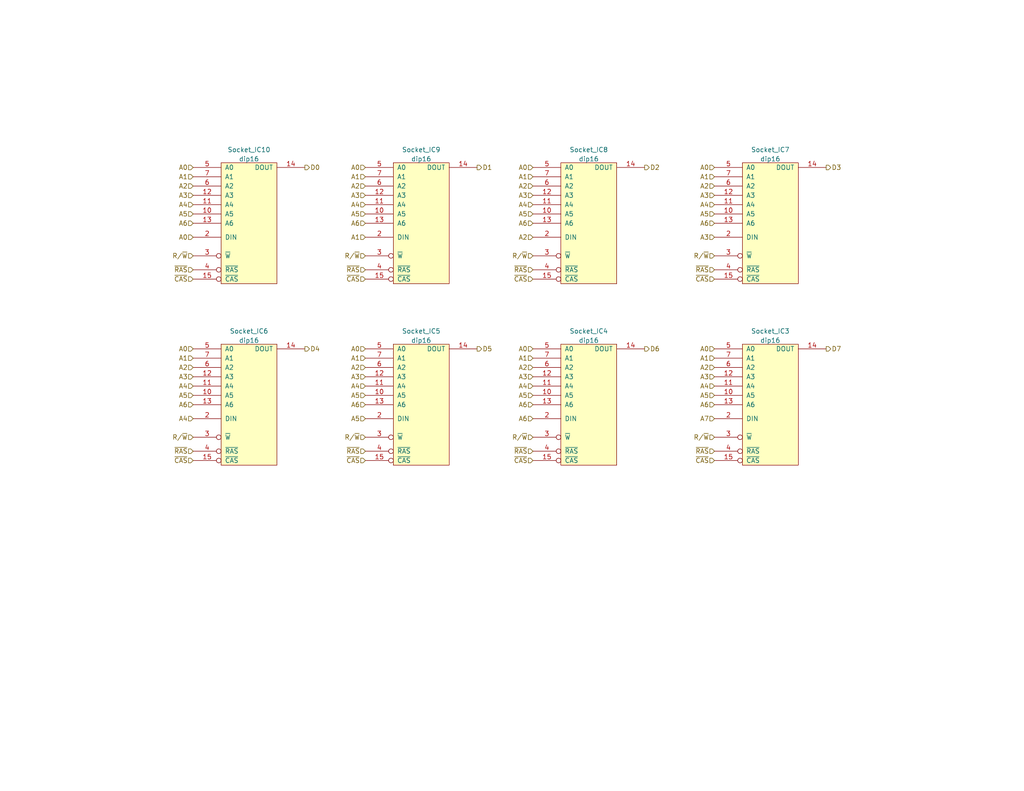
<source format=kicad_sch>
(kicad_sch (version 20211123) (generator eeschema)

  (uuid 44427fbc-e701-48ac-a6c2-c87c8a6f9bf1)

  (paper "USLetter")

  (lib_symbols
    (symbol "dram:4116" (pin_names (offset 1.016)) (in_bom yes) (on_board yes)
      (property "Reference" "U?" (id 0) (at 0 28.7274 0)
        (effects (font (size 1.27 1.27)))
      )
      (property "Value" "4116" (id 1) (at 0 26.416 0)
        (effects (font (size 1.27 1.27)))
      )
      (property "Footprint" "Package_DIP:DIP-16_W7.62mm_Socket" (id 2) (at 2.54 0 0)
        (effects (font (size 1.27 1.27)) hide)
      )
      (property "Datasheet" "https://www.petervis.com/Datasheets/4116_RAM/4116_RAM.html" (id 3) (at 2.54 0 0)
        (effects (font (size 1.27 1.27)) hide)
      )
      (property "ki_description" "16Kx1 DRAM" (id 4) (at 0 0 0)
        (effects (font (size 1.27 1.27)) hide)
      )
      (symbol "4116_0_0"
        (pin power_in line (at -2.54 24.13 270) (length 1.27) hide
          (name "-5V" (effects (font (size 1.27 1.27))))
          (number "1" (effects (font (size 1.27 1.27))))
        )
        (pin power_in line (at 0 -8.89 90) (length 1.27) hide
          (name "GND" (effects (font (size 1.27 1.27))))
          (number "16" (effects (font (size 1.27 1.27))))
        )
        (pin power_in line (at 2.54 24.13 270) (length 1.27) hide
          (name "+12V" (effects (font (size 1.27 1.27))))
          (number "8" (effects (font (size 1.27 1.27))))
        )
        (pin power_in line (at 0 24.13 270) (length 1.27) hide
          (name "VCC" (effects (font (size 1.27 1.27))))
          (number "9" (effects (font (size 1.27 1.27))))
        )
      )
      (symbol "4116_0_1"
        (rectangle (start -7.62 24.13) (end 7.62 -8.89)
          (stroke (width 0) (type default) (color 0 0 0 0))
          (fill (type background))
        )
      )
      (symbol "4116_1_1"
        (pin input line (at -15.24 10.16 0) (length 7.62)
          (name "A5" (effects (font (size 1.27 1.27))))
          (number "10" (effects (font (size 1.27 1.27))))
        )
        (pin input line (at -15.24 12.7 0) (length 7.62)
          (name "A4" (effects (font (size 1.27 1.27))))
          (number "11" (effects (font (size 1.27 1.27))))
        )
        (pin input line (at -15.24 15.24 0) (length 7.62)
          (name "A3" (effects (font (size 1.27 1.27))))
          (number "12" (effects (font (size 1.27 1.27))))
        )
        (pin input line (at -15.24 7.62 0) (length 7.62)
          (name "A6" (effects (font (size 1.27 1.27))))
          (number "13" (effects (font (size 1.27 1.27))))
        )
        (pin output line (at 15.24 22.86 180) (length 7.62)
          (name "DOUT" (effects (font (size 1.27 1.27))))
          (number "14" (effects (font (size 1.27 1.27))))
        )
        (pin input inverted (at -15.24 -7.62 0) (length 7.62)
          (name "~{CAS}" (effects (font (size 1.27 1.27))))
          (number "15" (effects (font (size 1.27 1.27))))
        )
        (pin input line (at -15.24 3.81 0) (length 7.62)
          (name "DIN" (effects (font (size 1.27 1.27))))
          (number "2" (effects (font (size 1.27 1.27))))
        )
        (pin input inverted (at -15.24 -1.27 0) (length 7.62)
          (name "~{W}" (effects (font (size 1.27 1.27))))
          (number "3" (effects (font (size 1.27 1.27))))
        )
        (pin input inverted (at -15.24 -5.08 0) (length 7.62)
          (name "~{RAS}" (effects (font (size 1.27 1.27))))
          (number "4" (effects (font (size 1.27 1.27))))
        )
        (pin input line (at -15.24 22.86 0) (length 7.62)
          (name "A0" (effects (font (size 1.27 1.27))))
          (number "5" (effects (font (size 1.27 1.27))))
        )
        (pin input line (at -15.24 17.78 0) (length 7.62)
          (name "A2" (effects (font (size 1.27 1.27))))
          (number "6" (effects (font (size 1.27 1.27))))
        )
        (pin input line (at -15.24 20.32 0) (length 7.62)
          (name "A1" (effects (font (size 1.27 1.27))))
          (number "7" (effects (font (size 1.27 1.27))))
        )
      )
    )
  )


  (hierarchical_label "D2" (shape output) (at 175.895 45.72 0)
    (effects (font (size 1.27 1.27)) (justify left))
    (uuid 05202286-e8fe-4bde-89f7-e46419aefc07)
  )
  (hierarchical_label "A1" (shape input) (at 52.705 97.79 180)
    (effects (font (size 1.27 1.27)) (justify right))
    (uuid 080c2048-e759-4208-87a8-ac493ba02ab8)
  )
  (hierarchical_label "~{CAS}" (shape input) (at 145.415 125.73 180)
    (effects (font (size 1.27 1.27)) (justify right))
    (uuid 1729ec80-cbe4-40c0-9d72-58946520cb13)
  )
  (hierarchical_label "A5" (shape input) (at 145.415 107.95 180)
    (effects (font (size 1.27 1.27)) (justify right))
    (uuid 1cdfeccf-e24b-427b-8c20-9afd513a15b5)
  )
  (hierarchical_label "A4" (shape input) (at 99.695 55.88 180)
    (effects (font (size 1.27 1.27)) (justify right))
    (uuid 1d556f92-a372-45f0-97b1-12f9caebf457)
  )
  (hierarchical_label "R{slash}~{W}" (shape input) (at 145.415 69.85 180)
    (effects (font (size 1.27 1.27)) (justify right))
    (uuid 1f7f1f30-ca46-48fe-b885-4d90f87c0cba)
  )
  (hierarchical_label "A1" (shape input) (at 99.695 48.26 180)
    (effects (font (size 1.27 1.27)) (justify right))
    (uuid 1f8b06e5-44ef-4416-bd87-4fcdb70fe8f2)
  )
  (hierarchical_label "~{CAS}" (shape input) (at 145.415 76.2 180)
    (effects (font (size 1.27 1.27)) (justify right))
    (uuid 1fe791d4-b249-4968-9508-73a375a7f62b)
  )
  (hierarchical_label "A3" (shape input) (at 194.945 64.77 180)
    (effects (font (size 1.27 1.27)) (justify right))
    (uuid 247f9f99-c977-461f-94db-998224ed6688)
  )
  (hierarchical_label "~{CAS}" (shape input) (at 194.945 76.2 180)
    (effects (font (size 1.27 1.27)) (justify right))
    (uuid 27d1d4bd-4a42-44f3-b319-82bf8245c08e)
  )
  (hierarchical_label "~{RAS}" (shape input) (at 99.695 123.19 180)
    (effects (font (size 1.27 1.27)) (justify right))
    (uuid 29651ace-26fd-443c-ac7d-0e0b46eb0ee5)
  )
  (hierarchical_label "A5" (shape input) (at 194.945 58.42 180)
    (effects (font (size 1.27 1.27)) (justify right))
    (uuid 2bc84bf4-f25c-497e-bad6-f3fa40764438)
  )
  (hierarchical_label "A6" (shape input) (at 194.945 110.49 180)
    (effects (font (size 1.27 1.27)) (justify right))
    (uuid 2e404e83-fbf7-4bda-9553-38c014b92c7d)
  )
  (hierarchical_label "A6" (shape input) (at 52.705 60.96 180)
    (effects (font (size 1.27 1.27)) (justify right))
    (uuid 33477cfa-6a66-4c62-998f-f228456444f6)
  )
  (hierarchical_label "R{slash}~{W}" (shape input) (at 52.705 69.85 180)
    (effects (font (size 1.27 1.27)) (justify right))
    (uuid 3397fada-21b3-46e3-9dd5-f84ed3d2adbf)
  )
  (hierarchical_label "A5" (shape input) (at 99.695 114.3 180)
    (effects (font (size 1.27 1.27)) (justify right))
    (uuid 344075ce-9122-4242-9ce6-4b1149fda8cc)
  )
  (hierarchical_label "A5" (shape input) (at 99.695 107.95 180)
    (effects (font (size 1.27 1.27)) (justify right))
    (uuid 354e0282-6c17-43e9-82f4-8f8a921f9429)
  )
  (hierarchical_label "A2" (shape input) (at 194.945 50.8 180)
    (effects (font (size 1.27 1.27)) (justify right))
    (uuid 35786011-9b1f-4bab-a3c3-624b7eb0f0cb)
  )
  (hierarchical_label "A1" (shape input) (at 194.945 97.79 180)
    (effects (font (size 1.27 1.27)) (justify right))
    (uuid 36709b77-c6fc-4696-adb2-ff531eea9690)
  )
  (hierarchical_label "D7" (shape output) (at 225.425 95.25 0)
    (effects (font (size 1.27 1.27)) (justify left))
    (uuid 3929e58c-8eb6-499f-aeac-59bd7ec8b99a)
  )
  (hierarchical_label "R{slash}~{W}" (shape input) (at 99.695 119.38 180)
    (effects (font (size 1.27 1.27)) (justify right))
    (uuid 3a6d8310-6056-4e5b-b8ed-1b71ff7095e5)
  )
  (hierarchical_label "A5" (shape input) (at 145.415 58.42 180)
    (effects (font (size 1.27 1.27)) (justify right))
    (uuid 3b09a3fb-572a-4c25-8b53-a4f076c76077)
  )
  (hierarchical_label "R{slash}~{W}" (shape input) (at 99.695 69.85 180)
    (effects (font (size 1.27 1.27)) (justify right))
    (uuid 3c80a53d-fe25-4259-b642-7ef911374f1c)
  )
  (hierarchical_label "A1" (shape input) (at 145.415 97.79 180)
    (effects (font (size 1.27 1.27)) (justify right))
    (uuid 3ef72103-cd82-4962-bf45-e5f04b726a6f)
  )
  (hierarchical_label "~{CAS}" (shape input) (at 52.705 125.73 180)
    (effects (font (size 1.27 1.27)) (justify right))
    (uuid 40ee43e5-57bd-4187-9e9a-c5c60f832263)
  )
  (hierarchical_label "A1" (shape input) (at 194.945 48.26 180)
    (effects (font (size 1.27 1.27)) (justify right))
    (uuid 413287ab-6e8a-4bcf-b8cb-6fafb49e91a6)
  )
  (hierarchical_label "A5" (shape input) (at 52.705 58.42 180)
    (effects (font (size 1.27 1.27)) (justify right))
    (uuid 41923c56-44ef-4b44-b2fb-b82b5861b726)
  )
  (hierarchical_label "A4" (shape input) (at 145.415 55.88 180)
    (effects (font (size 1.27 1.27)) (justify right))
    (uuid 45d9854b-4534-4d87-a459-4fdbf51182de)
  )
  (hierarchical_label "A2" (shape input) (at 145.415 64.77 180)
    (effects (font (size 1.27 1.27)) (justify right))
    (uuid 45f7072f-591d-491d-be07-2447aaedebe3)
  )
  (hierarchical_label "A3" (shape input) (at 194.945 53.34 180)
    (effects (font (size 1.27 1.27)) (justify right))
    (uuid 470db76a-12be-4ec3-8bf1-264fd4cb1cea)
  )
  (hierarchical_label "A6" (shape input) (at 145.415 60.96 180)
    (effects (font (size 1.27 1.27)) (justify right))
    (uuid 523231a4-7bd1-4432-b905-fac4c9d60422)
  )
  (hierarchical_label "A3" (shape input) (at 194.945 102.87 180)
    (effects (font (size 1.27 1.27)) (justify right))
    (uuid 56b7a0d3-850d-4781-b1f8-34fb341ae2de)
  )
  (hierarchical_label "A3" (shape input) (at 52.705 53.34 180)
    (effects (font (size 1.27 1.27)) (justify right))
    (uuid 58a58519-ef73-45db-bfb9-44193329dc99)
  )
  (hierarchical_label "A4" (shape input) (at 52.705 114.3 180)
    (effects (font (size 1.27 1.27)) (justify right))
    (uuid 5a1aacef-763b-400b-87f5-38b94ffd8a53)
  )
  (hierarchical_label "A5" (shape input) (at 194.945 107.95 180)
    (effects (font (size 1.27 1.27)) (justify right))
    (uuid 5c006229-630d-426e-8552-da7501065d57)
  )
  (hierarchical_label "A0" (shape input) (at 145.415 45.72 180)
    (effects (font (size 1.27 1.27)) (justify right))
    (uuid 5c45b12b-cc4a-4060-a4e4-34622ef95c94)
  )
  (hierarchical_label "~{RAS}" (shape input) (at 52.705 73.66 180)
    (effects (font (size 1.27 1.27)) (justify right))
    (uuid 5c66f267-f43c-4cb6-a5f7-3c370bcfa477)
  )
  (hierarchical_label "A6" (shape input) (at 99.695 60.96 180)
    (effects (font (size 1.27 1.27)) (justify right))
    (uuid 5d609193-4990-49aa-9214-3acd54706418)
  )
  (hierarchical_label "D4" (shape output) (at 83.185 95.25 0)
    (effects (font (size 1.27 1.27)) (justify left))
    (uuid 6350d963-cace-4b76-9219-dd62c8513221)
  )
  (hierarchical_label "A3" (shape input) (at 99.695 53.34 180)
    (effects (font (size 1.27 1.27)) (justify right))
    (uuid 63b057f8-f84e-4476-8ce3-baf9ab1e2149)
  )
  (hierarchical_label "A0" (shape input) (at 194.945 45.72 180)
    (effects (font (size 1.27 1.27)) (justify right))
    (uuid 65e9f362-fb2a-43a3-9632-2ff836938a01)
  )
  (hierarchical_label "A7" (shape input) (at 194.945 114.3 180)
    (effects (font (size 1.27 1.27)) (justify right))
    (uuid 67a9bd68-3b67-4af1-ab96-866b03f638a2)
  )
  (hierarchical_label "A0" (shape input) (at 52.705 45.72 180)
    (effects (font (size 1.27 1.27)) (justify right))
    (uuid 69469d6c-7d44-4b15-adcf-ae86ded9fc97)
  )
  (hierarchical_label "A2" (shape input) (at 99.695 50.8 180)
    (effects (font (size 1.27 1.27)) (justify right))
    (uuid 6cc31abc-006f-47ba-a45d-94ca4c7caafe)
  )
  (hierarchical_label "A3" (shape input) (at 99.695 102.87 180)
    (effects (font (size 1.27 1.27)) (justify right))
    (uuid 6d7a7f22-69e0-4988-bc53-74c07c647d8c)
  )
  (hierarchical_label "A5" (shape input) (at 52.705 107.95 180)
    (effects (font (size 1.27 1.27)) (justify right))
    (uuid 702a9c02-a482-46ca-baa1-d36f568dcd80)
  )
  (hierarchical_label "R{slash}~{W}" (shape input) (at 194.945 69.85 180)
    (effects (font (size 1.27 1.27)) (justify right))
    (uuid 7278ead8-2647-44d7-a21b-159303721145)
  )
  (hierarchical_label "~{CAS}" (shape input) (at 99.695 76.2 180)
    (effects (font (size 1.27 1.27)) (justify right))
    (uuid 79914c31-1653-41d8-a305-209bb477a5a8)
  )
  (hierarchical_label "~{CAS}" (shape input) (at 52.705 76.2 180)
    (effects (font (size 1.27 1.27)) (justify right))
    (uuid 7a3e5cd9-43c2-4735-8978-4ae0e30e5a4b)
  )
  (hierarchical_label "R{slash}~{W}" (shape input) (at 194.945 119.38 180)
    (effects (font (size 1.27 1.27)) (justify right))
    (uuid 7b1f4e87-6dfd-444c-8d0b-e2ad9caf6664)
  )
  (hierarchical_label "A1" (shape input) (at 99.695 97.79 180)
    (effects (font (size 1.27 1.27)) (justify right))
    (uuid 7c018388-1df7-4aec-88d5-0279bab0d144)
  )
  (hierarchical_label "~{RAS}" (shape input) (at 99.695 73.66 180)
    (effects (font (size 1.27 1.27)) (justify right))
    (uuid 7ed8e2bc-fc67-43cb-819e-073e3cb3c6f2)
  )
  (hierarchical_label "A2" (shape input) (at 99.695 100.33 180)
    (effects (font (size 1.27 1.27)) (justify right))
    (uuid 7f310e1a-6c48-41e4-b777-d74068589b2c)
  )
  (hierarchical_label "A4" (shape input) (at 145.415 105.41 180)
    (effects (font (size 1.27 1.27)) (justify right))
    (uuid 8099258d-7c57-44f2-9b8d-0051901a96f9)
  )
  (hierarchical_label "A0" (shape input) (at 52.705 95.25 180)
    (effects (font (size 1.27 1.27)) (justify right))
    (uuid 8402cba2-036e-4cf5-bb97-39d4d80e91a4)
  )
  (hierarchical_label "D3" (shape output) (at 225.425 45.72 0)
    (effects (font (size 1.27 1.27)) (justify left))
    (uuid 86f760a6-1532-4184-ad29-8a4eab9b4a71)
  )
  (hierarchical_label "D6" (shape output) (at 175.895 95.25 0)
    (effects (font (size 1.27 1.27)) (justify left))
    (uuid 871987ac-8d67-4812-a519-15c3ed9cdbc6)
  )
  (hierarchical_label "A3" (shape input) (at 145.415 53.34 180)
    (effects (font (size 1.27 1.27)) (justify right))
    (uuid 8bdc76fd-ae6f-4847-b94c-691b5a03773c)
  )
  (hierarchical_label "A0" (shape input) (at 99.695 95.25 180)
    (effects (font (size 1.27 1.27)) (justify right))
    (uuid 8e994e02-5983-47cc-a661-b7f7656bd213)
  )
  (hierarchical_label "A0" (shape input) (at 194.945 95.25 180)
    (effects (font (size 1.27 1.27)) (justify right))
    (uuid 8faafe63-64bf-4bf3-8812-d1e8a8ae87b2)
  )
  (hierarchical_label "A4" (shape input) (at 52.705 55.88 180)
    (effects (font (size 1.27 1.27)) (justify right))
    (uuid 91529ae3-1ad4-4421-8a19-ddd0efc3af8f)
  )
  (hierarchical_label "D0" (shape output) (at 83.185 45.72 0)
    (effects (font (size 1.27 1.27)) (justify left))
    (uuid 9219c9d5-7bfe-4b72-a211-a9958aa3012b)
  )
  (hierarchical_label "~{RAS}" (shape input) (at 145.415 73.66 180)
    (effects (font (size 1.27 1.27)) (justify right))
    (uuid 9755a151-1006-4af7-8d4a-bf3dc72c0175)
  )
  (hierarchical_label "D1" (shape output) (at 130.175 45.72 0)
    (effects (font (size 1.27 1.27)) (justify left))
    (uuid 998581d7-d27d-49d2-a99a-7ab9ebe237e7)
  )
  (hierarchical_label "A4" (shape input) (at 194.945 55.88 180)
    (effects (font (size 1.27 1.27)) (justify right))
    (uuid 9a557f2d-946d-4e02-b1c0-2943462a4e90)
  )
  (hierarchical_label "D5" (shape output) (at 130.175 95.25 0)
    (effects (font (size 1.27 1.27)) (justify left))
    (uuid 9d536fe1-206c-4fa8-bc14-a42b08b090cb)
  )
  (hierarchical_label "A6" (shape input) (at 194.945 60.96 180)
    (effects (font (size 1.27 1.27)) (justify right))
    (uuid 9e5a8411-dde4-4d98-b7c3-31d948d5d098)
  )
  (hierarchical_label "A1" (shape input) (at 99.695 64.77 180)
    (effects (font (size 1.27 1.27)) (justify right))
    (uuid 9f9623ff-1c03-44ae-8fb0-da8eced07bee)
  )
  (hierarchical_label "A2" (shape input) (at 194.945 100.33 180)
    (effects (font (size 1.27 1.27)) (justify right))
    (uuid a32899ac-50a6-458c-b312-5d7e03e5b4e3)
  )
  (hierarchical_label "A2" (shape input) (at 145.415 100.33 180)
    (effects (font (size 1.27 1.27)) (justify right))
    (uuid a69e5659-6ccb-4656-8c3c-7c0f706c20fa)
  )
  (hierarchical_label "A6" (shape input) (at 145.415 114.3 180)
    (effects (font (size 1.27 1.27)) (justify right))
    (uuid a9cb9382-f1c0-4b0f-baa4-bc78ad92508d)
  )
  (hierarchical_label "A3" (shape input) (at 52.705 102.87 180)
    (effects (font (size 1.27 1.27)) (justify right))
    (uuid af15e75d-b203-4baa-adc7-44d2c7e099b5)
  )
  (hierarchical_label "~{CAS}" (shape input) (at 194.945 125.73 180)
    (effects (font (size 1.27 1.27)) (justify right))
    (uuid b14873f4-276c-488c-ba55-5565fc73ba8b)
  )
  (hierarchical_label "~{RAS}" (shape input) (at 194.945 123.19 180)
    (effects (font (size 1.27 1.27)) (justify right))
    (uuid b8acf4b2-966f-4d56-9918-237dc2f0504e)
  )
  (hierarchical_label "A6" (shape input) (at 145.415 110.49 180)
    (effects (font (size 1.27 1.27)) (justify right))
    (uuid b91169a7-e06a-485c-b92d-ada552d38d74)
  )
  (hierarchical_label "A6" (shape input) (at 99.695 110.49 180)
    (effects (font (size 1.27 1.27)) (justify right))
    (uuid ba48b799-6255-4f9e-aea3-e442ae865681)
  )
  (hierarchical_label "R{slash}~{W}" (shape input) (at 52.705 119.38 180)
    (effects (font (size 1.27 1.27)) (justify right))
    (uuid bb6502e1-318a-4e63-b7f6-e0ad572ca9df)
  )
  (hierarchical_label "A2" (shape input) (at 52.705 50.8 180)
    (effects (font (size 1.27 1.27)) (justify right))
    (uuid c804b52b-4f57-49ba-a808-b120a9be29b5)
  )
  (hierarchical_label "A2" (shape input) (at 52.705 100.33 180)
    (effects (font (size 1.27 1.27)) (justify right))
    (uuid c877e05f-71b1-462b-8174-f46adccef96b)
  )
  (hierarchical_label "A1" (shape input) (at 145.415 48.26 180)
    (effects (font (size 1.27 1.27)) (justify right))
    (uuid cb664d45-d9b2-4bd9-9a0b-54d525c6e86a)
  )
  (hierarchical_label "A6" (shape input) (at 52.705 110.49 180)
    (effects (font (size 1.27 1.27)) (justify right))
    (uuid ce135a55-dabe-42d2-a302-32c93f1539ce)
  )
  (hierarchical_label "A0" (shape input) (at 99.695 45.72 180)
    (effects (font (size 1.27 1.27)) (justify right))
    (uuid d3de70cf-5cba-4388-ab3f-f0b301e2e5a5)
  )
  (hierarchical_label "A4" (shape input) (at 99.695 105.41 180)
    (effects (font (size 1.27 1.27)) (justify right))
    (uuid d5258063-7a57-473a-858b-ca19d8bcff81)
  )
  (hierarchical_label "A0" (shape input) (at 52.705 64.77 180)
    (effects (font (size 1.27 1.27)) (justify right))
    (uuid d64104ca-61b6-4962-ab86-273e6e8e6a12)
  )
  (hierarchical_label "~{RAS}" (shape input) (at 194.945 73.66 180)
    (effects (font (size 1.27 1.27)) (justify right))
    (uuid d83cc3f3-3565-4ac8-8ea5-2dda8e696908)
  )
  (hierarchical_label "A0" (shape input) (at 145.415 95.25 180)
    (effects (font (size 1.27 1.27)) (justify right))
    (uuid d97c7079-dce8-41b6-bee0-4084b2bc7da4)
  )
  (hierarchical_label "A5" (shape input) (at 99.695 58.42 180)
    (effects (font (size 1.27 1.27)) (justify right))
    (uuid e5c0891f-7f63-4405-9929-f85b324d9f03)
  )
  (hierarchical_label "R{slash}~{W}" (shape input) (at 145.415 119.38 180)
    (effects (font (size 1.27 1.27)) (justify right))
    (uuid e8be7747-86a0-4be1-bca5-9069f2c9a931)
  )
  (hierarchical_label "A1" (shape input) (at 52.705 48.26 180)
    (effects (font (size 1.27 1.27)) (justify right))
    (uuid ea4942cc-e291-484e-b0ff-2bfa1618e15e)
  )
  (hierarchical_label "A4" (shape input) (at 52.705 105.41 180)
    (effects (font (size 1.27 1.27)) (justify right))
    (uuid ecd29318-8166-4c13-a54a-1252345291d4)
  )
  (hierarchical_label "A2" (shape input) (at 145.415 50.8 180)
    (effects (font (size 1.27 1.27)) (justify right))
    (uuid ecf9574f-6fb0-4071-ae0a-8cb3657134a9)
  )
  (hierarchical_label "~{RAS}" (shape input) (at 52.705 123.19 180)
    (effects (font (size 1.27 1.27)) (justify right))
    (uuid efca06e1-1533-42a3-b96f-1cda9ba49349)
  )
  (hierarchical_label "A4" (shape input) (at 194.945 105.41 180)
    (effects (font (size 1.27 1.27)) (justify right))
    (uuid f104cfd2-1559-45c8-8b88-06d5d885cb92)
  )
  (hierarchical_label "~{RAS}" (shape input) (at 145.415 123.19 180)
    (effects (font (size 1.27 1.27)) (justify right))
    (uuid f5729387-c035-4a74-99e2-d8d1ea532406)
  )
  (hierarchical_label "A3" (shape input) (at 145.415 102.87 180)
    (effects (font (size 1.27 1.27)) (justify right))
    (uuid f6d834f4-87f8-48a9-8dfc-e25971b57a0d)
  )
  (hierarchical_label "~{CAS}" (shape input) (at 99.695 125.73 180)
    (effects (font (size 1.27 1.27)) (justify right))
    (uuid fa759f4f-affd-477a-b7cd-a08e4d21392a)
  )

  (symbol (lib_id "dram:4116") (at 67.945 68.58 0) (unit 1)
    (in_bom yes) (on_board no) (fields_autoplaced)
    (uuid 05f9ba29-0e99-4948-a37f-7cfa5d4502cd)
    (property "Reference" "Socket_IC10" (id 0) (at 67.945 40.8772 0))
    (property "Value" "dip16" (id 1) (at 67.945 43.4141 0))
    (property "Footprint" "Package_DIP:DIP-16_W7.62mm_Socket" (id 2) (at 70.485 68.58 0)
      (effects (font (size 1.27 1.27)) hide)
    )
    (property "Datasheet" "http://www.on-shore.com/wp-content/uploads/2015/09/SAXXX0X0.pdf" (id 3) (at 70.485 68.58 0)
      (effects (font (size 1.27 1.27)) hide)
    )
    (property "DigiKey_SKU" "ED3016-ND" (id 4) (at 67.945 68.58 0)
      (effects (font (size 1.27 1.27)) hide)
    )
    (property "MPN" "SA163000" (id 5) (at 67.945 68.58 0)
      (effects (font (size 1.27 1.27)) hide)
    )
    (property "Manufacturer" "On Shore Technology Inc." (id 6) (at 67.945 68.58 0)
      (effects (font (size 1.27 1.27)) hide)
    )
    (pin "1" (uuid 219e8729-4b13-48b1-ac77-538d708d49c9))
    (pin "16" (uuid af08fc48-df97-4139-88e7-4b19e1327d92))
    (pin "8" (uuid f179c56c-b703-44c8-abb0-9c31be385a4b))
    (pin "9" (uuid 61182dca-fdbd-4117-b7e0-5a4073d07ee1))
    (pin "10" (uuid 8ecf3dec-64f8-4743-b335-5d69e2e6f961))
    (pin "11" (uuid b063a3f5-bcd9-4a13-bf10-4a541881a883))
    (pin "12" (uuid 29f44078-46fc-4a53-9839-2b85ec70f224))
    (pin "13" (uuid 378081e3-1939-40bb-8057-6ecb56a1f648))
    (pin "14" (uuid d4526038-59d3-4e21-8090-c207b0e35b7d))
    (pin "15" (uuid 509ac8fe-ff7f-4514-87e3-8968356c9907))
    (pin "2" (uuid bd1d713a-0d82-4a03-aa26-7d88ffeac633))
    (pin "3" (uuid 08e8f0b7-f64f-4f5b-9f26-46652ef97949))
    (pin "4" (uuid 61fe9f33-931b-4f1e-bf6d-08463388d987))
    (pin "5" (uuid 65124f38-6740-4517-8e5d-526d7857de2c))
    (pin "6" (uuid d14032e6-99b1-4b7a-b9c6-812a8945481e))
    (pin "7" (uuid 21ee1e30-effa-421c-9a52-12757893f5e0))
  )

  (symbol (lib_id "dram:4116") (at 210.185 68.58 0) (unit 1)
    (in_bom yes) (on_board no) (fields_autoplaced)
    (uuid 1949db40-0562-43ee-9074-ffbd1f6078a6)
    (property "Reference" "Socket_IC7" (id 0) (at 210.185 40.8772 0))
    (property "Value" "dip16" (id 1) (at 210.185 43.4141 0))
    (property "Footprint" "Package_DIP:DIP-16_W7.62mm_Socket" (id 2) (at 212.725 68.58 0)
      (effects (font (size 1.27 1.27)) hide)
    )
    (property "Datasheet" "http://www.on-shore.com/wp-content/uploads/2015/09/SAXXX0X0.pdf" (id 3) (at 212.725 68.58 0)
      (effects (font (size 1.27 1.27)) hide)
    )
    (property "DigiKey_SKU" "ED3016-ND" (id 4) (at 210.185 68.58 0)
      (effects (font (size 1.27 1.27)) hide)
    )
    (property "MPN" "SA163000" (id 5) (at 210.185 68.58 0)
      (effects (font (size 1.27 1.27)) hide)
    )
    (property "Manufacturer" "On Shore Technology Inc." (id 6) (at 210.185 68.58 0)
      (effects (font (size 1.27 1.27)) hide)
    )
    (pin "1" (uuid 36c25568-ad18-47ca-8ea3-2b709bddd397))
    (pin "16" (uuid e1cff171-e792-4c4b-9ffd-d5b4800dbd5e))
    (pin "8" (uuid 25ad50e8-d68d-41c5-9314-aa56cc8519ad))
    (pin "9" (uuid 292f5534-2e0b-4af8-b91c-beb92d47f885))
    (pin "10" (uuid 811f0775-cc27-4080-9086-898c523a6ac5))
    (pin "11" (uuid 084280ad-4159-4929-bf14-f1e0d7d54fb3))
    (pin "12" (uuid 590eca4b-c5f8-4170-9b1f-c660e49fa53a))
    (pin "13" (uuid 17f92a2f-593a-484c-8d59-c9e4dea538d5))
    (pin "14" (uuid da3fddd0-08cb-4720-a72a-6297d555a5bb))
    (pin "15" (uuid 0f6e9e1c-767f-444d-a68c-ebdc57625844))
    (pin "2" (uuid 1b3eabc0-96d4-43b9-86e1-6f20c7c7bc7c))
    (pin "3" (uuid 399be5be-0995-44db-9262-a1b13a6bd720))
    (pin "4" (uuid bad8afa8-9fba-4feb-b5fa-f76e3fcf7177))
    (pin "5" (uuid 397b3ec8-c61d-4e83-97f8-a8ff5a6aa0cc))
    (pin "6" (uuid b7b213bb-d0f0-445f-a7d3-bcbdd4e74cd6))
    (pin "7" (uuid c53c72ac-dd7b-442f-a956-9d8f7513d8ef))
  )

  (symbol (lib_id "dram:4116") (at 114.935 118.11 0) (unit 1)
    (in_bom yes) (on_board no) (fields_autoplaced)
    (uuid 29ef2b58-f7d8-4b97-b130-a7d242b4a37a)
    (property "Reference" "Socket_IC5" (id 0) (at 114.935 90.4072 0))
    (property "Value" "dip16" (id 1) (at 114.935 92.9441 0))
    (property "Footprint" "Package_DIP:DIP-16_W7.62mm_Socket" (id 2) (at 117.475 118.11 0)
      (effects (font (size 1.27 1.27)) hide)
    )
    (property "Datasheet" "http://www.on-shore.com/wp-content/uploads/2015/09/SAXXX0X0.pdf" (id 3) (at 117.475 118.11 0)
      (effects (font (size 1.27 1.27)) hide)
    )
    (property "DigiKey_SKU" "ED3016-ND" (id 4) (at 114.935 118.11 0)
      (effects (font (size 1.27 1.27)) hide)
    )
    (property "MPN" "SA163000" (id 5) (at 114.935 118.11 0)
      (effects (font (size 1.27 1.27)) hide)
    )
    (property "Manufacturer" "On Shore Technology Inc." (id 6) (at 114.935 118.11 0)
      (effects (font (size 1.27 1.27)) hide)
    )
    (pin "1" (uuid d8b31b3c-cac2-440e-996d-a2932d359c8a))
    (pin "16" (uuid 5bfe9e84-f9cc-4276-b2cc-0f3b42a392b6))
    (pin "8" (uuid ddd378ad-6785-431b-8b60-d23124cc7eb7))
    (pin "9" (uuid 2e86201b-4c10-4a54-be05-546bd17ede83))
    (pin "10" (uuid ce341533-8917-471a-bf32-2cc07e03e549))
    (pin "11" (uuid f6482644-238a-4523-9364-55bfc30aa281))
    (pin "12" (uuid e6e2e89e-39e6-4961-8e32-a5c6332c70cc))
    (pin "13" (uuid 58c9c8c1-b0ff-423e-8453-b50924f6d741))
    (pin "14" (uuid 35cbe823-f256-419f-bdfc-5fc2ba57d454))
    (pin "15" (uuid 867c9c3b-e2ca-413d-bf99-1ee83e08b4c1))
    (pin "2" (uuid db216697-6952-4c11-aa1c-81c2102076ee))
    (pin "3" (uuid 29aad2e5-3d41-430f-a336-e9c832f1abb2))
    (pin "4" (uuid 8179dc8e-1900-41bd-82cf-299479e6b9aa))
    (pin "5" (uuid b61bd2dd-c856-4118-b634-a9c07b1aa41d))
    (pin "6" (uuid f5e9f0fa-eabc-4cdb-b003-9afeb4f85d5d))
    (pin "7" (uuid 4a00038d-e7e1-481c-ad34-323f0da668c2))
  )

  (symbol (lib_id "dram:4116") (at 67.945 118.11 0) (unit 1)
    (in_bom yes) (on_board no) (fields_autoplaced)
    (uuid 34617b2a-68f4-4189-ab6b-3716276a342b)
    (property "Reference" "Socket_IC6" (id 0) (at 67.945 90.4072 0))
    (property "Value" "dip16" (id 1) (at 67.945 92.9441 0))
    (property "Footprint" "Package_DIP:DIP-16_W7.62mm_Socket" (id 2) (at 70.485 118.11 0)
      (effects (font (size 1.27 1.27)) hide)
    )
    (property "Datasheet" "http://www.on-shore.com/wp-content/uploads/2015/09/SAXXX0X0.pdf" (id 3) (at 70.485 118.11 0)
      (effects (font (size 1.27 1.27)) hide)
    )
    (property "DigiKey_SKU" "ED3016-ND" (id 4) (at 67.945 118.11 0)
      (effects (font (size 1.27 1.27)) hide)
    )
    (property "MPN" "SA163000" (id 5) (at 67.945 118.11 0)
      (effects (font (size 1.27 1.27)) hide)
    )
    (property "Manufacturer" "On Shore Technology Inc." (id 6) (at 67.945 118.11 0)
      (effects (font (size 1.27 1.27)) hide)
    )
    (pin "1" (uuid d97190e3-9bde-4636-8907-6225dee8ed09))
    (pin "16" (uuid 2f9ae7f2-0ca9-4ae3-ab2e-23f53fe1935a))
    (pin "8" (uuid 2cdc7d22-d248-4b11-91ac-d3d3fe2ddc3c))
    (pin "9" (uuid 273c8067-c6d4-401a-853a-4bfec851d338))
    (pin "10" (uuid 82ace6ad-5133-433b-9c86-241f77f91bc3))
    (pin "11" (uuid 1b4e8453-6c5d-4800-9012-163a076347f5))
    (pin "12" (uuid b1282c4f-73b1-46b2-9328-6da7d7a4536a))
    (pin "13" (uuid 541d4d08-008f-4031-843c-00eab1441402))
    (pin "14" (uuid da642421-7efa-4e63-b9ce-d9bcf67ea1a8))
    (pin "15" (uuid 8875edc2-a694-49ef-8e1b-f8636a70ae55))
    (pin "2" (uuid cb215278-8b2e-4ea8-bc4a-295ca9103bb8))
    (pin "3" (uuid a4026b60-98b2-4037-848e-2d8a60ec47c2))
    (pin "4" (uuid 5fb2f24c-7bd9-4529-b8ba-201364d914ee))
    (pin "5" (uuid 78705800-4829-483c-bfd5-baf65a933b50))
    (pin "6" (uuid c6986b46-50c5-4781-93aa-b0538d7cb281))
    (pin "7" (uuid 708912d8-5dbf-49c1-98b6-78c9b4b988da))
  )

  (symbol (lib_id "dram:4116") (at 160.655 68.58 0) (unit 1)
    (in_bom yes) (on_board no) (fields_autoplaced)
    (uuid 5a7c0506-0991-48b2-b6f5-199aa13a14f3)
    (property "Reference" "Socket_IC8" (id 0) (at 160.655 40.8772 0))
    (property "Value" "dip16" (id 1) (at 160.655 43.4141 0))
    (property "Footprint" "Package_DIP:DIP-16_W7.62mm_Socket" (id 2) (at 163.195 68.58 0)
      (effects (font (size 1.27 1.27)) hide)
    )
    (property "Datasheet" "http://www.on-shore.com/wp-content/uploads/2015/09/SAXXX0X0.pdf" (id 3) (at 163.195 68.58 0)
      (effects (font (size 1.27 1.27)) hide)
    )
    (property "DigiKey_SKU" "ED3016-ND" (id 4) (at 160.655 68.58 0)
      (effects (font (size 1.27 1.27)) hide)
    )
    (property "MPN" "SA163000" (id 5) (at 160.655 68.58 0)
      (effects (font (size 1.27 1.27)) hide)
    )
    (property "Manufacturer" "On Shore Technology Inc." (id 6) (at 160.655 68.58 0)
      (effects (font (size 1.27 1.27)) hide)
    )
    (pin "1" (uuid 2821eef8-c1ea-4537-9eae-e10d6f621026))
    (pin "16" (uuid 68ef8f94-0593-4539-aae1-65e76f8f13e0))
    (pin "8" (uuid 0d826191-9e5b-4169-9fcb-e60381a031c6))
    (pin "9" (uuid 7cfbf67b-f5a0-4a41-b8a9-62398966b22a))
    (pin "10" (uuid 6b5fff13-dec1-4e9d-97f1-6a138e547efc))
    (pin "11" (uuid c4009d47-e2d6-435d-9233-b22c1b1090d0))
    (pin "12" (uuid 295ffe82-6c18-400d-b7b8-008a3a15846b))
    (pin "13" (uuid 946a66bf-d337-456f-9b44-b3f1f5cdf23b))
    (pin "14" (uuid fe4566ed-c2f5-464d-88d5-4a8ab121a0ec))
    (pin "15" (uuid 8545df14-b0ad-41b2-9cd1-930a0d25fc51))
    (pin "2" (uuid 24ea70f1-04f9-4aae-834c-05a230f1496c))
    (pin "3" (uuid 0580994f-7fcf-420b-8a3e-2cf1317f7a7d))
    (pin "4" (uuid 12ef75d5-2131-40df-9acf-2cd795bcbdc5))
    (pin "5" (uuid 18cf0800-7e5d-49ef-a09b-149fcf7b43df))
    (pin "6" (uuid c52941ed-50de-4989-8421-6a722742cb01))
    (pin "7" (uuid 2e6452e8-757f-418e-8061-2e4e58d8f3c8))
  )

  (symbol (lib_id "dram:4116") (at 160.655 118.11 0) (unit 1)
    (in_bom yes) (on_board no) (fields_autoplaced)
    (uuid 7272df42-2095-4d8e-adc4-77ef5c731be9)
    (property "Reference" "Socket_IC4" (id 0) (at 160.655 90.4072 0))
    (property "Value" "dip16" (id 1) (at 160.655 92.9441 0))
    (property "Footprint" "Package_DIP:DIP-16_W7.62mm_Socket" (id 2) (at 163.195 118.11 0)
      (effects (font (size 1.27 1.27)) hide)
    )
    (property "Datasheet" "http://www.on-shore.com/wp-content/uploads/2015/09/SAXXX0X0.pdf" (id 3) (at 163.195 118.11 0)
      (effects (font (size 1.27 1.27)) hide)
    )
    (property "DigiKey_SKU" "ED3016-ND" (id 4) (at 160.655 118.11 0)
      (effects (font (size 1.27 1.27)) hide)
    )
    (property "MPN" "SA163000" (id 5) (at 160.655 118.11 0)
      (effects (font (size 1.27 1.27)) hide)
    )
    (property "Manufacturer" "On Shore Technology Inc." (id 6) (at 160.655 118.11 0)
      (effects (font (size 1.27 1.27)) hide)
    )
    (pin "1" (uuid 1202e001-390f-4521-bce2-6852d7af9dc7))
    (pin "16" (uuid 975ef3c5-5e0b-40bb-9de4-64f946b24088))
    (pin "8" (uuid 18672e82-c8b4-4856-a261-aec3789ae015))
    (pin "9" (uuid 3e0bae6b-0352-43f9-9cc1-b6a942dee184))
    (pin "10" (uuid 6116751a-5889-411f-99cb-807f5a6e3699))
    (pin "11" (uuid 8b7faea2-ca53-4fff-bad9-f4c6f6c32edb))
    (pin "12" (uuid 965b1a43-8330-40b4-be59-4fa19759a500))
    (pin "13" (uuid a34c6cdb-633d-42b6-9117-85a5d09d8681))
    (pin "14" (uuid 9e5f1845-a974-4cfd-8271-700e533c869a))
    (pin "15" (uuid 9e49d579-5d67-4868-9f0a-685c3fddd391))
    (pin "2" (uuid 773d1759-e461-4627-ba8f-8e77773119b5))
    (pin "3" (uuid a5612e25-bdb2-4f79-a8d6-64e9ee514b21))
    (pin "4" (uuid db9db9d7-e82b-47c0-90c3-ceb5c0bd7f7e))
    (pin "5" (uuid 02371a59-b2a7-4fd9-9039-55338467f148))
    (pin "6" (uuid 6a6c7dc5-fd27-48ce-bd35-1194fc513b30))
    (pin "7" (uuid 06fe95e8-64c3-452e-a940-fd6f48adb632))
  )

  (symbol (lib_id "dram:4116") (at 210.185 118.11 0) (unit 1)
    (in_bom yes) (on_board no) (fields_autoplaced)
    (uuid 958ba0b6-e9bb-4db3-92c0-ed0df03f3db5)
    (property "Reference" "Socket_IC3" (id 0) (at 210.185 90.4072 0))
    (property "Value" "dip16" (id 1) (at 210.185 92.9441 0))
    (property "Footprint" "Package_DIP:DIP-16_W7.62mm_Socket" (id 2) (at 212.725 118.11 0)
      (effects (font (size 1.27 1.27)) hide)
    )
    (property "Datasheet" "http://www.on-shore.com/wp-content/uploads/2015/09/SAXXX0X0.pdf" (id 3) (at 212.725 118.11 0)
      (effects (font (size 1.27 1.27)) hide)
    )
    (property "DigiKey_SKU" "ED3016-ND" (id 4) (at 210.185 118.11 0)
      (effects (font (size 1.27 1.27)) hide)
    )
    (property "MPN" "SA163000" (id 5) (at 210.185 118.11 0)
      (effects (font (size 1.27 1.27)) hide)
    )
    (property "Manufacturer" "On Shore Technology Inc." (id 6) (at 210.185 118.11 0)
      (effects (font (size 1.27 1.27)) hide)
    )
    (pin "1" (uuid 3310eb8f-a0e2-4e86-8f3f-bed9d3e2000d))
    (pin "16" (uuid 83d64116-355d-4242-bdd5-96cb5742205d))
    (pin "8" (uuid 908f5abe-6492-4856-8575-2684838a8e2e))
    (pin "9" (uuid ff1cd5df-332a-4d73-ada7-71a56d46f8bc))
    (pin "10" (uuid a425b4cf-e028-4735-8e08-0a0d84956278))
    (pin "11" (uuid 1b3dc91a-1cc0-4c27-86a0-db727820a258))
    (pin "12" (uuid a9c576cc-d36e-4d51-9c60-87d6e2943d65))
    (pin "13" (uuid dae6b24b-b929-4cce-aa73-6c82c0eb2e63))
    (pin "14" (uuid fe0306fd-91f7-431d-a77f-d7c948bd4a95))
    (pin "15" (uuid 5598c0f6-a0a3-49c2-8c5b-59f13ef727ba))
    (pin "2" (uuid 404343d9-c35a-487f-a8b4-80d09953f7eb))
    (pin "3" (uuid a8e917fb-2209-47d5-8cfc-e8f500006534))
    (pin "4" (uuid 1ed5cc44-850c-4409-b9e9-e431f32b3fc8))
    (pin "5" (uuid 3f9d423b-50f1-4a57-82e3-786222825089))
    (pin "6" (uuid 4328e11e-d1ee-479f-8ccf-51033e8f76f0))
    (pin "7" (uuid 12e10728-e56f-4923-a09c-363d884ab247))
  )

  (symbol (lib_id "dram:4116") (at 114.935 68.58 0) (unit 1)
    (in_bom yes) (on_board no) (fields_autoplaced)
    (uuid e67fe2a8-8bdb-4b67-b21d-fcb558feebe3)
    (property "Reference" "Socket_IC9" (id 0) (at 114.935 40.8772 0))
    (property "Value" "dip16" (id 1) (at 114.935 43.4141 0))
    (property "Footprint" "Package_DIP:DIP-16_W7.62mm_Socket" (id 2) (at 117.475 68.58 0)
      (effects (font (size 1.27 1.27)) hide)
    )
    (property "Datasheet" "http://www.on-shore.com/wp-content/uploads/2015/09/SAXXX0X0.pdf" (id 3) (at 117.475 68.58 0)
      (effects (font (size 1.27 1.27)) hide)
    )
    (property "DigiKey_SKU" "ED3016-ND" (id 4) (at 114.935 68.58 0)
      (effects (font (size 1.27 1.27)) hide)
    )
    (property "MPN" "SA163000" (id 5) (at 114.935 68.58 0)
      (effects (font (size 1.27 1.27)) hide)
    )
    (property "Manufacturer" "On Shore Technology Inc." (id 6) (at 114.935 68.58 0)
      (effects (font (size 1.27 1.27)) hide)
    )
    (pin "1" (uuid c19aa7e1-7508-4747-beb9-4989cbb86fb2))
    (pin "16" (uuid 7028b7c7-3b6b-45ef-8ef8-99ba93a209bd))
    (pin "8" (uuid 3cb2fd5b-b267-4e58-a5a4-cc0f21a867f3))
    (pin "9" (uuid 1690b712-3876-45de-847e-b1899b9419a9))
    (pin "10" (uuid d13cb2c9-4e3e-4ce0-922d-d21fe30ee7e5))
    (pin "11" (uuid d85b7732-1e87-48dc-af37-55e668cecf1c))
    (pin "12" (uuid cda21fe7-1f0d-4149-b9d3-0cf17ef58a61))
    (pin "13" (uuid e7d6b9fb-0efa-4056-ac69-c237bab8cf8e))
    (pin "14" (uuid 596339ea-8f05-45d1-a4cb-058564d38cc4))
    (pin "15" (uuid 1bf5fc44-5914-4aa9-bdb7-38585ec4e5e6))
    (pin "2" (uuid c0ea7c3d-3d52-4f7a-beeb-83681cde7edf))
    (pin "3" (uuid 44ecc0cb-c794-4b94-abf7-2cd7a18d01d2))
    (pin "4" (uuid 9d8a130d-14ac-448c-b357-7c63183eba69))
    (pin "5" (uuid 7023b239-fd2a-4b63-916a-1145e851d9d3))
    (pin "6" (uuid 6317ad19-6bbf-4236-adcb-01af72c0b31a))
    (pin "7" (uuid 3a7006a4-846d-4717-95bd-715edb3b6fa8))
  )
)

</source>
